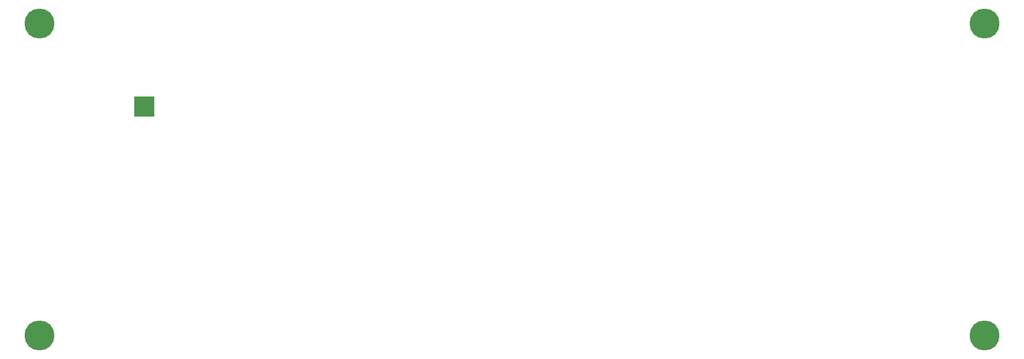
<source format=gbr>
%TF.GenerationSoftware,KiCad,Pcbnew,8.0.1*%
%TF.CreationDate,2025-07-27T10:51:28+02:00*%
%TF.ProjectId,SVX_Node_Case_back.kicad_pcb_usb,5356585f-4e6f-4646-955f-436173655f62,rev?*%
%TF.SameCoordinates,Original*%
%TF.FileFunction,Soldermask,Bot*%
%TF.FilePolarity,Negative*%
%FSLAX46Y46*%
G04 Gerber Fmt 4.6, Leading zero omitted, Abs format (unit mm)*
G04 Created by KiCad (PCBNEW 8.0.1) date 2025-07-27 10:51:28*
%MOMM*%
%LPD*%
G01*
G04 APERTURE LIST*
%ADD10C,4.300000*%
%ADD11R,3.000000X3.000000*%
G04 APERTURE END LIST*
D10*
%TO.C,REF4*%
X85050000Y-119450000D03*
%TD*%
%TO.C,REF2*%
X220950000Y-74575000D03*
%TD*%
%TO.C,REF1*%
X85050000Y-74550000D03*
%TD*%
%TO.C,REF3*%
X220930000Y-119450000D03*
%TD*%
D11*
%TO.C,GND*%
X100100000Y-86500000D03*
%TD*%
M02*

</source>
